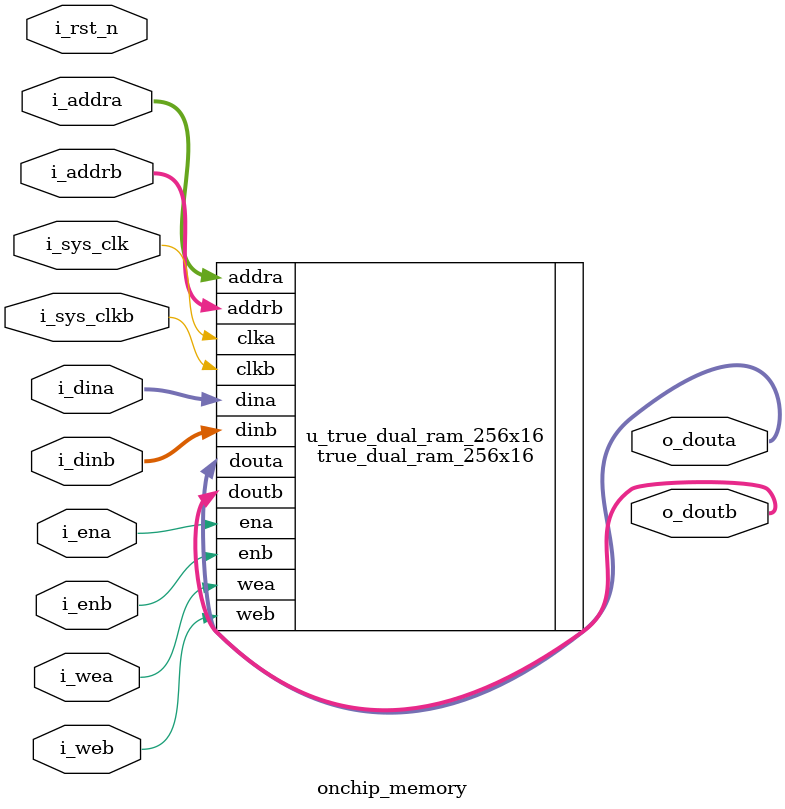
<source format=v>

`timescale 1ns / 1ps
//`define SINGLE_PORT_RAM
//`define SIMPLE_DUAL_PORT_RAM
`define TRUE_DUAL_PORT_RAM
module onchip_memory
(
	 input             i_sys_clk
	,input             i_rst_n
`ifdef SINGLE_PORT_RAM
	,input             i_ena
	,input             i_wea
	,input    [7:0]    i_addra
	,input    [15:0]   i_dina
	,output   [15:0]   o_douta
`endif	

`ifdef SIMPLE_DUAL_PORT_RAM
	,input             i_ena
	,input             i_wea
	,input    [7:0]    i_addra
	,input    [15:0]   i_dina
	,input             i_sys_clkb
	,input             i_enb
	,input             i_web
	,input    [7:0]    i_addrb
	,output   [15:0]   o_doutb
`endif

`ifdef TRUE_DUAL_PORT_RAM  	
	,input            i_ena   	
	,input            i_wea   	
	,input    [7:0]   i_addra 	
	,input    [15:0]  i_dina  	
	,output   [15:0]  o_douta 	
	,input            i_sys_clkb  	
	,input            i_enb   	
	,input            i_web   	
	,input    [7:0]   i_addrb 	
	,input    [15:0]  i_dinb  	
	,output   [15:0]  o_doutb 		
`endif

);

`ifdef SINGLE_PORT_RAM	
single_port_ram_256x16  u_single_port_ram_256x16
(
	.clka    (i_sys_clk ),// IN STD_LOGIC;
	.ena     (i_ena     ),// IN STD_LOGIC;
	.wea     (i_wea     ),// IN STD_LOGIC_VECTOR(0 DOWNTO 0);
	.addra   (i_addra   ),// IN STD_LOGIC_VECTOR(7 DOWNTO 0);
	.dina    (i_dina    ),// IN STD_LOGIC_VECTOR(15 DOWNTO 0);
	.douta   (o_douta   )// OUT STD_LOGIC_VECTOR(15 DOWNTO 0)
);
`endif

`ifdef SIMPLE_DUAL_PORT_RAM
simple_dual_port_ram_256x16 u_simple_dual_port_ram_256x16
(
    .clka   (i_sys_clk  ), //: IN STD_LOGIC;
    .ena    (i_ena      ), //: IN STD_LOGIC;
    .wea    (i_wea      ), //: IN STD_LOGIC_VECTOR(0 DOWNTO 0);
    .addra  (i_addra    ), //: IN STD_LOGIC_VECTOR(7 DOWNTO 0);
    .dina   (i_dina     ), //: IN STD_LOGIC_VECTOR(15 DOWNTO 0);
    .clkb   (i_sys_clkb ), //: IN STD_LOGIC;
    .enb    (i_enb      ), //: IN STD_LOGIC;
    .addrb  (i_addrb    ), //: IN STD_LOGIC_VECTOR(7 DOWNTO 0);
    .doutb  (o_doutb    ) //: OUT STD_LOGIC_VECTOR(15 DOWNTO 0)
);
`endif


`ifdef TRUE_DUAL_PORT_RAM
true_dual_ram_256x16 u_true_dual_ram_256x16
(
    .clka  	(i_sys_clk  ),//: IN STD_LOGIC;
    .ena   	(i_ena   	),//: IN STD_LOGIC;
    .wea   	(i_wea   	),//: IN STD_LOGIC_VECTOR(0 DOWNTO 0);
    .addra 	(i_addra 	),//: IN STD_LOGIC_VECTOR(7 DOWNTO 0);
    .dina  	(i_dina  	),//: IN STD_LOGIC_VECTOR(15 DOWNTO 0);
    .douta 	(o_douta 	),//: OUT STD_LOGIC_VECTOR(15 DOWNTO 0);
    .clkb  	(i_sys_clkb ),//: IN STD_LOGIC;
    .enb   	(i_enb   	),//: IN STD_LOGIC;
    .web   	(i_web   	),//: IN STD_LOGIC_VECTOR(0 DOWNTO 0);
    .addrb 	(i_addrb 	),//: IN STD_LOGIC_VECTOR(7 DOWNTO 0);
    .dinb  	(i_dinb  	),//: IN STD_LOGIC_VECTOR(15 DOWNTO 0);
    .doutb 	(o_doutb 	) //: OUT STD_LOGIC_VECTOR(15 DOWNTO 0)
);
`endif


endmodule

</source>
